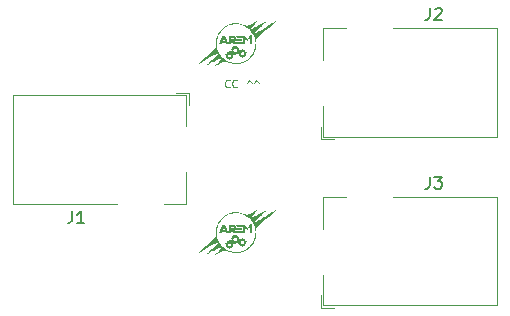
<source format=gbr>
%TF.GenerationSoftware,KiCad,Pcbnew,8.0.0*%
%TF.CreationDate,2024-03-29T21:08:27+01:00*%
%TF.ProjectId,Carte,43617274-652e-46b6-9963-61645f706362,rev?*%
%TF.SameCoordinates,Original*%
%TF.FileFunction,Legend,Top*%
%TF.FilePolarity,Positive*%
%FSLAX46Y46*%
G04 Gerber Fmt 4.6, Leading zero omitted, Abs format (unit mm)*
G04 Created by KiCad (PCBNEW 8.0.0) date 2024-03-29 21:08:27*
%MOMM*%
%LPD*%
G01*
G04 APERTURE LIST*
%ADD10C,0.187500*%
%ADD11C,0.150000*%
%ADD12C,0.000000*%
%ADD13C,0.120000*%
G04 APERTURE END LIST*
D10*
G36*
X99546713Y-59845242D02*
G01*
X99508612Y-59857423D01*
X99469707Y-59866613D01*
X99429998Y-59872811D01*
X99389484Y-59876016D01*
X99365973Y-59876505D01*
X99320129Y-59874282D01*
X99277729Y-59867613D01*
X99238773Y-59856498D01*
X99196572Y-59837291D01*
X99159332Y-59811682D01*
X99132086Y-59785451D01*
X99104396Y-59748162D01*
X99085697Y-59712397D01*
X99070976Y-59672367D01*
X99060235Y-59628072D01*
X99053471Y-59579512D01*
X99050925Y-59537594D01*
X99050607Y-59515612D01*
X99052011Y-59473370D01*
X99056224Y-59433204D01*
X99064321Y-59390499D01*
X99073077Y-59359101D01*
X99087247Y-59321438D01*
X99106580Y-59283542D01*
X99129691Y-59249806D01*
X99137362Y-59240496D01*
X99165194Y-59212160D01*
X99196423Y-59188213D01*
X99231048Y-59168655D01*
X99238381Y-59165270D01*
X99276898Y-59151256D01*
X99318202Y-59142433D01*
X99357757Y-59138929D01*
X99371444Y-59138696D01*
X99410893Y-59140341D01*
X99450708Y-59145790D01*
X99464256Y-59148661D01*
X99503784Y-59160365D01*
X99541765Y-59176791D01*
X99546713Y-59179338D01*
X99546713Y-59276254D01*
X99512129Y-59257126D01*
X99473829Y-59241613D01*
X99466015Y-59239129D01*
X99425139Y-59229872D01*
X99383968Y-59226346D01*
X99374766Y-59226233D01*
X99335228Y-59229361D01*
X99296182Y-59239726D01*
X99283126Y-59245186D01*
X99247546Y-59266733D01*
X99219218Y-59293660D01*
X99213761Y-59300287D01*
X99191305Y-59334946D01*
X99174941Y-59372554D01*
X99169797Y-59388410D01*
X99160391Y-59429452D01*
X99155582Y-59470694D01*
X99154361Y-59507014D01*
X99155744Y-59549054D01*
X99161057Y-59595070D01*
X99170353Y-59636249D01*
X99186235Y-59678180D01*
X99207539Y-59713528D01*
X99211025Y-59718040D01*
X99242643Y-59749071D01*
X99280830Y-59771236D01*
X99319633Y-59783358D01*
X99363467Y-59788691D01*
X99376915Y-59788968D01*
X99416650Y-59787098D01*
X99457479Y-59780944D01*
X99465429Y-59779198D01*
X99504406Y-59768139D01*
X99541839Y-59753644D01*
X99546713Y-59751452D01*
X99546713Y-59845242D01*
G37*
G36*
X100161814Y-59845242D02*
G01*
X100123713Y-59857423D01*
X100084808Y-59866613D01*
X100045099Y-59872811D01*
X100004586Y-59876016D01*
X99981074Y-59876505D01*
X99935230Y-59874282D01*
X99892830Y-59867613D01*
X99853874Y-59856498D01*
X99811674Y-59837291D01*
X99774433Y-59811682D01*
X99747187Y-59785451D01*
X99719497Y-59748162D01*
X99700798Y-59712397D01*
X99686078Y-59672367D01*
X99675336Y-59628072D01*
X99668572Y-59579512D01*
X99666026Y-59537594D01*
X99665708Y-59515612D01*
X99667112Y-59473370D01*
X99671325Y-59433204D01*
X99679423Y-59390499D01*
X99688178Y-59359101D01*
X99702348Y-59321438D01*
X99721681Y-59283542D01*
X99744793Y-59249806D01*
X99752463Y-59240496D01*
X99780295Y-59212160D01*
X99811524Y-59188213D01*
X99846149Y-59168655D01*
X99853482Y-59165270D01*
X99892000Y-59151256D01*
X99933303Y-59142433D01*
X99972859Y-59138929D01*
X99986545Y-59138696D01*
X100025994Y-59140341D01*
X100065809Y-59145790D01*
X100079357Y-59148661D01*
X100118885Y-59160365D01*
X100156866Y-59176791D01*
X100161814Y-59179338D01*
X100161814Y-59276254D01*
X100127230Y-59257126D01*
X100088930Y-59241613D01*
X100081116Y-59239129D01*
X100040241Y-59229872D01*
X99999069Y-59226346D01*
X99989867Y-59226233D01*
X99950329Y-59229361D01*
X99911283Y-59239726D01*
X99898227Y-59245186D01*
X99862647Y-59266733D01*
X99834319Y-59293660D01*
X99828862Y-59300287D01*
X99806406Y-59334946D01*
X99790042Y-59372554D01*
X99784898Y-59388410D01*
X99775492Y-59429452D01*
X99770683Y-59470694D01*
X99769462Y-59507014D01*
X99770846Y-59549054D01*
X99776158Y-59595070D01*
X99785454Y-59636249D01*
X99801336Y-59678180D01*
X99822640Y-59713528D01*
X99826127Y-59718040D01*
X99857744Y-59749071D01*
X99895931Y-59771236D01*
X99934735Y-59783358D01*
X99978568Y-59788691D01*
X99992016Y-59788968D01*
X100031751Y-59787098D01*
X100072580Y-59780944D01*
X100080530Y-59779198D01*
X100119508Y-59768139D01*
X100156940Y-59753644D01*
X100161814Y-59751452D01*
X100161814Y-59845242D01*
G37*
G36*
X101402568Y-59501348D02*
G01*
X101307020Y-59501348D01*
X101148164Y-59226819D01*
X100998688Y-59501348D01*
X100911737Y-59501348D01*
X101112993Y-59151201D01*
X101190956Y-59151201D01*
X101402568Y-59501348D01*
G37*
G36*
X102017669Y-59501348D02*
G01*
X101922121Y-59501348D01*
X101763265Y-59226819D01*
X101613789Y-59501348D01*
X101526838Y-59501348D01*
X101728094Y-59151201D01*
X101806057Y-59151201D01*
X102017669Y-59501348D01*
G37*
D11*
X116416666Y-67364819D02*
X116416666Y-68079104D01*
X116416666Y-68079104D02*
X116369047Y-68221961D01*
X116369047Y-68221961D02*
X116273809Y-68317200D01*
X116273809Y-68317200D02*
X116130952Y-68364819D01*
X116130952Y-68364819D02*
X116035714Y-68364819D01*
X116797619Y-67364819D02*
X117416666Y-67364819D01*
X117416666Y-67364819D02*
X117083333Y-67745771D01*
X117083333Y-67745771D02*
X117226190Y-67745771D01*
X117226190Y-67745771D02*
X117321428Y-67793390D01*
X117321428Y-67793390D02*
X117369047Y-67841009D01*
X117369047Y-67841009D02*
X117416666Y-67936247D01*
X117416666Y-67936247D02*
X117416666Y-68174342D01*
X117416666Y-68174342D02*
X117369047Y-68269580D01*
X117369047Y-68269580D02*
X117321428Y-68317200D01*
X117321428Y-68317200D02*
X117226190Y-68364819D01*
X117226190Y-68364819D02*
X116940476Y-68364819D01*
X116940476Y-68364819D02*
X116845238Y-68317200D01*
X116845238Y-68317200D02*
X116797619Y-68269580D01*
X86116666Y-70287319D02*
X86116666Y-71001604D01*
X86116666Y-71001604D02*
X86069047Y-71144461D01*
X86069047Y-71144461D02*
X85973809Y-71239700D01*
X85973809Y-71239700D02*
X85830952Y-71287319D01*
X85830952Y-71287319D02*
X85735714Y-71287319D01*
X87116666Y-71287319D02*
X86545238Y-71287319D01*
X86830952Y-71287319D02*
X86830952Y-70287319D01*
X86830952Y-70287319D02*
X86735714Y-70430176D01*
X86735714Y-70430176D02*
X86640476Y-70525414D01*
X86640476Y-70525414D02*
X86545238Y-70573033D01*
X116416666Y-53082319D02*
X116416666Y-53796604D01*
X116416666Y-53796604D02*
X116369047Y-53939461D01*
X116369047Y-53939461D02*
X116273809Y-54034700D01*
X116273809Y-54034700D02*
X116130952Y-54082319D01*
X116130952Y-54082319D02*
X116035714Y-54082319D01*
X116845238Y-53177557D02*
X116892857Y-53129938D01*
X116892857Y-53129938D02*
X116988095Y-53082319D01*
X116988095Y-53082319D02*
X117226190Y-53082319D01*
X117226190Y-53082319D02*
X117321428Y-53129938D01*
X117321428Y-53129938D02*
X117369047Y-53177557D01*
X117369047Y-53177557D02*
X117416666Y-53272795D01*
X117416666Y-53272795D02*
X117416666Y-53368033D01*
X117416666Y-53368033D02*
X117369047Y-53510890D01*
X117369047Y-53510890D02*
X116797619Y-54082319D01*
X116797619Y-54082319D02*
X117416666Y-54082319D01*
D12*
%TO.C,G\u002A\u002A\u002A*%
G36*
X101362110Y-71739571D02*
G01*
X101365335Y-71846542D01*
X101367187Y-71941908D01*
X101367643Y-72020128D01*
X101366678Y-72075663D01*
X101364269Y-72102971D01*
X101363710Y-72104414D01*
X101341512Y-72114393D01*
X101296847Y-72120600D01*
X101267237Y-72121614D01*
X101181396Y-72121614D01*
X101181396Y-71904446D01*
X101181396Y-71687278D01*
X101085841Y-71687278D01*
X101033504Y-71685204D01*
X100998797Y-71679853D01*
X100990287Y-71674665D01*
X100999453Y-71655657D01*
X101024041Y-71615118D01*
X101059690Y-71560083D01*
X101081498Y-71527560D01*
X101172709Y-71393068D01*
X101261294Y-71392499D01*
X101349880Y-71391929D01*
X101362110Y-71739571D01*
G37*
G36*
X100908597Y-71593596D02*
G01*
X100960079Y-71663591D01*
X101003982Y-71724813D01*
X101036068Y-71771244D01*
X101052101Y-71796863D01*
X101052861Y-71798543D01*
X101046008Y-71816046D01*
X101007944Y-71828229D01*
X100989081Y-71831173D01*
X100931004Y-71836428D01*
X100893422Y-71828632D01*
X100862799Y-71801754D01*
X100833926Y-71762036D01*
X100790493Y-71698351D01*
X100785615Y-71909983D01*
X100780736Y-72121614D01*
X100686084Y-72121614D01*
X100591432Y-72121614D01*
X100586722Y-71778489D01*
X100582011Y-71435363D01*
X100542568Y-71509200D01*
X100503124Y-71583037D01*
X100260580Y-71583037D01*
X100164574Y-71582870D01*
X100097712Y-71581754D01*
X100054393Y-71578767D01*
X100029015Y-71572985D01*
X100015976Y-71563487D01*
X100009673Y-71549349D01*
X100007578Y-71541371D01*
X100001497Y-71490158D01*
X100002904Y-71458847D01*
X100008687Y-71417989D01*
X100390903Y-71414768D01*
X100773119Y-71411547D01*
X100908597Y-71593596D01*
G37*
G36*
X98956347Y-71430311D02*
G01*
X99069212Y-71435363D01*
X99212797Y-71756772D01*
X99256804Y-71855245D01*
X99296163Y-71943253D01*
X99328606Y-72015732D01*
X99351866Y-72067616D01*
X99363677Y-72093843D01*
X99364462Y-72095554D01*
X99366912Y-72084555D01*
X99369017Y-72043723D01*
X99370661Y-71977970D01*
X99371728Y-71892210D01*
X99372100Y-71791354D01*
X99372087Y-71774145D01*
X99371877Y-71617438D01*
X99547486Y-71617438D01*
X99553235Y-71659450D01*
X99559435Y-71683678D01*
X99567812Y-71704910D01*
X99584179Y-71716286D01*
X99617040Y-71720155D01*
X99674899Y-71718868D01*
X99685155Y-71718425D01*
X99747119Y-71714610D01*
X99782454Y-71708037D01*
X99799279Y-71695672D01*
X99805710Y-71674480D01*
X99805882Y-71673291D01*
X99803834Y-71629485D01*
X99780049Y-71601528D01*
X99730423Y-71586897D01*
X99659090Y-71583037D01*
X99594748Y-71584952D01*
X99559435Y-71594512D01*
X99547486Y-71617438D01*
X99371877Y-71617438D01*
X99371633Y-71435363D01*
X99616207Y-71430543D01*
X99717403Y-71429184D01*
X99790141Y-71430088D01*
X99840668Y-71433781D01*
X99875229Y-71440791D01*
X99900070Y-71451644D01*
X99905331Y-71454914D01*
X99945465Y-71493880D01*
X99982955Y-71550420D01*
X100009530Y-71610066D01*
X100017374Y-71650891D01*
X100019108Y-71664412D01*
X100027839Y-71673734D01*
X100048861Y-71679523D01*
X100087469Y-71682443D01*
X100148956Y-71683161D01*
X100238617Y-71682339D01*
X100264945Y-71681987D01*
X100512517Y-71678591D01*
X100517813Y-71761115D01*
X100523108Y-71843639D01*
X100270241Y-71843639D01*
X100017374Y-71843639D01*
X100017374Y-71778799D01*
X100017374Y-71713959D01*
X99974156Y-71777560D01*
X99939286Y-71819709D01*
X99904313Y-71848244D01*
X99894719Y-71852656D01*
X99873626Y-71863143D01*
X99868075Y-71880322D01*
X99879852Y-71909684D01*
X99910741Y-71956724D01*
X99942771Y-72000534D01*
X100008687Y-72089084D01*
X100014029Y-72018482D01*
X100019371Y-71947880D01*
X100287661Y-71947880D01*
X100555951Y-71947880D01*
X100555951Y-72034747D01*
X100555951Y-72121614D01*
X100386560Y-72125068D01*
X100294812Y-72126622D01*
X100184918Y-72128009D01*
X100073476Y-72129037D01*
X100010584Y-72129412D01*
X99804000Y-72130301D01*
X99689175Y-71968686D01*
X99574350Y-71807071D01*
X99569378Y-71973029D01*
X99564405Y-72138988D01*
X99373645Y-72138988D01*
X99182885Y-72138988D01*
X99153888Y-72078181D01*
X99135599Y-72043878D01*
X99115515Y-72025736D01*
X99082729Y-72018615D01*
X99026334Y-72017374D01*
X99024851Y-72017374D01*
X98966963Y-72015833D01*
X98932543Y-72008223D01*
X98910347Y-71990067D01*
X98894022Y-71965253D01*
X98871099Y-71930506D01*
X98855209Y-71913555D01*
X98853949Y-71913226D01*
X98843208Y-71928056D01*
X98823937Y-71966865D01*
X98800288Y-72021281D01*
X98800071Y-72021810D01*
X98755477Y-72130301D01*
X98645854Y-72135531D01*
X98586615Y-72137449D01*
X98555161Y-72134793D01*
X98544638Y-72125741D01*
X98547820Y-72109470D01*
X98558062Y-72084516D01*
X98579917Y-72033045D01*
X98611095Y-71960386D01*
X98649309Y-71871866D01*
X98670572Y-71822844D01*
X98892185Y-71822844D01*
X98906892Y-71838880D01*
X98943914Y-71843507D01*
X98957593Y-71843639D01*
X99001107Y-71839633D01*
X99025313Y-71829624D01*
X99027086Y-71825573D01*
X99019681Y-71800350D01*
X99000936Y-71757259D01*
X98989649Y-71734363D01*
X98952212Y-71661218D01*
X98921444Y-71730712D01*
X98897725Y-71788941D01*
X98892185Y-71822844D01*
X98670572Y-71822844D01*
X98692271Y-71772815D01*
X98701445Y-71751720D01*
X98843481Y-71425259D01*
X98956347Y-71430311D01*
G37*
G36*
X103405199Y-70188821D02*
G01*
X103392397Y-70202779D01*
X103355447Y-70237482D01*
X103296527Y-70290999D01*
X103217820Y-70361400D01*
X103121506Y-70446757D01*
X103009764Y-70545139D01*
X102884776Y-70654616D01*
X102748722Y-70773260D01*
X102603782Y-70899139D01*
X102545085Y-70949979D01*
X101684972Y-71694385D01*
X101698129Y-71782042D01*
X101702919Y-71831896D01*
X101706843Y-71907205D01*
X101709557Y-71998679D01*
X101710717Y-72097030D01*
X101710723Y-72121614D01*
X101709399Y-72234297D01*
X101705337Y-72322093D01*
X101697549Y-72394820D01*
X101685043Y-72462295D01*
X101670409Y-72521204D01*
X101589998Y-72754626D01*
X101479059Y-72971550D01*
X101338114Y-73171072D01*
X101217463Y-73304330D01*
X101070329Y-73437609D01*
X100916750Y-73546992D01*
X100743549Y-73641706D01*
X100719307Y-73653235D01*
X100605114Y-73703757D01*
X100502628Y-73741211D01*
X100402824Y-73767421D01*
X100296681Y-73784213D01*
X100175174Y-73793412D01*
X100029281Y-73796841D01*
X100008687Y-73796956D01*
X99851698Y-73794840D01*
X99719969Y-73785836D01*
X99604370Y-73768054D01*
X99495777Y-73739608D01*
X99385063Y-73698611D01*
X99263101Y-73643175D01*
X99261628Y-73642461D01*
X99105267Y-73566623D01*
X98683079Y-73766927D01*
X98571135Y-73819481D01*
X98469562Y-73866100D01*
X98382530Y-73904958D01*
X98314206Y-73934226D01*
X98268759Y-73952079D01*
X98250357Y-73956687D01*
X98250297Y-73956636D01*
X98251752Y-73937132D01*
X98265827Y-73915531D01*
X98284659Y-73893724D01*
X98322530Y-73850018D01*
X98375686Y-73788738D01*
X98440374Y-73714212D01*
X98512840Y-73630766D01*
X98539153Y-73600475D01*
X98628191Y-73496342D01*
X98696450Y-73412925D01*
X98743064Y-73351359D01*
X98767164Y-73312781D01*
X98769568Y-73299144D01*
X98749679Y-73302614D01*
X98700256Y-73322354D01*
X98622230Y-73357917D01*
X98516531Y-73408859D01*
X98384086Y-73474734D01*
X98225826Y-73555097D01*
X98094288Y-73622779D01*
X97954588Y-73694857D01*
X97824433Y-73761733D01*
X97707060Y-73821765D01*
X97605707Y-73873310D01*
X97523611Y-73914724D01*
X97464011Y-73944364D01*
X97430143Y-73960587D01*
X97423574Y-73963201D01*
X97412446Y-73950743D01*
X97412484Y-73950171D01*
X97425384Y-73936320D01*
X97461784Y-73902085D01*
X97518977Y-73849894D01*
X97594253Y-73782178D01*
X97684905Y-73701366D01*
X97788224Y-73609888D01*
X97901503Y-73510172D01*
X97966550Y-73453152D01*
X98519487Y-72969162D01*
X98491091Y-72919685D01*
X98469035Y-72887303D01*
X98449427Y-72881618D01*
X98427825Y-72892775D01*
X98406667Y-72905631D01*
X98358412Y-72934455D01*
X98285897Y-72977566D01*
X98191958Y-73033283D01*
X98079429Y-73099928D01*
X97951149Y-73175819D01*
X97809951Y-73259278D01*
X97658672Y-73348624D01*
X97559029Y-73407438D01*
X97402675Y-73499738D01*
X97254479Y-73587293D01*
X97117296Y-73668411D01*
X96993981Y-73741400D01*
X96887388Y-73804571D01*
X96800371Y-73856230D01*
X96735786Y-73894688D01*
X96696487Y-73918252D01*
X96686012Y-73924679D01*
X96656176Y-73938194D01*
X96646922Y-73931017D01*
X96659869Y-73916823D01*
X96697210Y-73882265D01*
X96756699Y-73829288D01*
X96836088Y-73759834D01*
X96933130Y-73675847D01*
X97045578Y-73579269D01*
X97171185Y-73472043D01*
X97307703Y-73356113D01*
X97452885Y-73233421D01*
X97485909Y-73205593D01*
X98324895Y-72498975D01*
X98301253Y-72366759D01*
X98287059Y-72242485D01*
X98283430Y-72098131D01*
X98285300Y-72053732D01*
X98355250Y-72053732D01*
X98366276Y-72283977D01*
X98408699Y-72509335D01*
X98481613Y-72726417D01*
X98584113Y-72931836D01*
X98715293Y-73122201D01*
X98874247Y-73294126D01*
X98889579Y-73308300D01*
X99042606Y-73429600D01*
X99217298Y-73536649D01*
X99404012Y-73624707D01*
X99593108Y-73689036D01*
X99722029Y-73717460D01*
X99824193Y-73728934D01*
X99945495Y-73734206D01*
X100072794Y-73733383D01*
X100192948Y-73726568D01*
X100292814Y-73713866D01*
X100298164Y-73712863D01*
X100530855Y-73652275D01*
X100745069Y-73562832D01*
X100943569Y-73443102D01*
X101129121Y-73291654D01*
X101150392Y-73271527D01*
X101303854Y-73100739D01*
X101430305Y-72911109D01*
X101528909Y-72706491D01*
X101598830Y-72490742D01*
X101639231Y-72267714D01*
X101649277Y-72041265D01*
X101628132Y-71815247D01*
X101574959Y-71593516D01*
X101537226Y-71488269D01*
X101431570Y-71268954D01*
X101299574Y-71071840D01*
X101142686Y-70898270D01*
X100962358Y-70749589D01*
X100760042Y-70627142D01*
X100537187Y-70532275D01*
X100488453Y-70516152D01*
X100262467Y-70462297D01*
X100036170Y-70441516D01*
X99812475Y-70452284D01*
X99594297Y-70493079D01*
X99384548Y-70562377D01*
X99186142Y-70658653D01*
X99001992Y-70780385D01*
X98835011Y-70926049D01*
X98688112Y-71094121D01*
X98564210Y-71283079D01*
X98466217Y-71491397D01*
X98431008Y-71592135D01*
X98376526Y-71821988D01*
X98355250Y-72053732D01*
X98285300Y-72053732D01*
X98289814Y-71946536D01*
X98305661Y-71800538D01*
X98330416Y-71672978D01*
X98331205Y-71669904D01*
X98372939Y-71537939D01*
X98430825Y-71395625D01*
X98498770Y-71256128D01*
X98570681Y-71132618D01*
X98599310Y-71090473D01*
X98660382Y-71013908D01*
X98739710Y-70926719D01*
X98828551Y-70837518D01*
X98918160Y-70754914D01*
X98999794Y-70687519D01*
X99032677Y-70663711D01*
X99086317Y-70630658D01*
X99159436Y-70590107D01*
X99239784Y-70548728D01*
X99276662Y-70530844D01*
X99498264Y-70444732D01*
X99728445Y-70391097D01*
X99963552Y-70369893D01*
X100199932Y-70381072D01*
X100433932Y-70424589D01*
X100661897Y-70500398D01*
X100771087Y-70549712D01*
X100890670Y-70608737D01*
X101325415Y-70400949D01*
X101438945Y-70346816D01*
X101541976Y-70297938D01*
X101630430Y-70256228D01*
X101700231Y-70223601D01*
X101747303Y-70201970D01*
X101767570Y-70193249D01*
X101767985Y-70193160D01*
X101772825Y-70198873D01*
X101764435Y-70217498D01*
X101741084Y-70251263D01*
X101701041Y-70302398D01*
X101642575Y-70373130D01*
X101563956Y-70465690D01*
X101486333Y-70555858D01*
X101411408Y-70643725D01*
X101345838Y-70722905D01*
X101292540Y-70789682D01*
X101254434Y-70840340D01*
X101234439Y-70871161D01*
X101232639Y-70878870D01*
X101249717Y-70872464D01*
X101293520Y-70851597D01*
X101360192Y-70818302D01*
X101445876Y-70774609D01*
X101546713Y-70722552D01*
X101658848Y-70664162D01*
X101778421Y-70601469D01*
X101901575Y-70536506D01*
X102024454Y-70471305D01*
X102143199Y-70407897D01*
X102253953Y-70348314D01*
X102352859Y-70294588D01*
X102436059Y-70248749D01*
X102499696Y-70212831D01*
X102522295Y-70199630D01*
X102540832Y-70204104D01*
X102543133Y-70207169D01*
X102532930Y-70221895D01*
X102500077Y-70258002D01*
X102447116Y-70312936D01*
X102376588Y-70384145D01*
X102291035Y-70469077D01*
X102192997Y-70565180D01*
X102085017Y-70669900D01*
X102022317Y-70730240D01*
X101887850Y-70859690D01*
X101777055Y-70967312D01*
X101688162Y-71054947D01*
X101619403Y-71124435D01*
X101569010Y-71177617D01*
X101535214Y-71216334D01*
X101516248Y-71242427D01*
X101510344Y-71257736D01*
X101511660Y-71261832D01*
X101521070Y-71263559D01*
X101541804Y-71257427D01*
X101575795Y-71242348D01*
X101624978Y-71217232D01*
X101691288Y-71180990D01*
X101776660Y-71132534D01*
X101883028Y-71070773D01*
X102012326Y-70994621D01*
X102166490Y-70902986D01*
X102347454Y-70794781D01*
X102440147Y-70739192D01*
X102602623Y-70641777D01*
X102756701Y-70549584D01*
X102899726Y-70464189D01*
X103029041Y-70387170D01*
X103141991Y-70320103D01*
X103235922Y-70264564D01*
X103308178Y-70222129D01*
X103356103Y-70194377D01*
X103377042Y-70182882D01*
X103377332Y-70182763D01*
X103400789Y-70181497D01*
X103405199Y-70188821D01*
G37*
G36*
X99953905Y-72283781D02*
G01*
X99971953Y-72308725D01*
X99974902Y-72319057D01*
X99997441Y-72361402D01*
X100032273Y-72373471D01*
X100072944Y-72353034D01*
X100073023Y-72352962D01*
X100110931Y-72333318D01*
X100141505Y-72344940D01*
X100160646Y-72384499D01*
X100165048Y-72427705D01*
X100167513Y-72471755D01*
X100180401Y-72492084D01*
X100211948Y-72499652D01*
X100219739Y-72500456D01*
X100265123Y-72516195D01*
X100287467Y-72546387D01*
X100283168Y-72581723D01*
X100260516Y-72605847D01*
X100229822Y-72639759D01*
X100233626Y-72674647D01*
X100251915Y-72694939D01*
X100272495Y-72707157D01*
X100277956Y-72691602D01*
X100277976Y-72689242D01*
X100291778Y-72655529D01*
X100325343Y-72640766D01*
X100366909Y-72649288D01*
X100374418Y-72653685D01*
X100421033Y-72669768D01*
X100457338Y-72653531D01*
X100476808Y-72614405D01*
X100492185Y-72582793D01*
X100523455Y-72575586D01*
X100534840Y-72576572D01*
X100574190Y-72591536D01*
X100587423Y-72620033D01*
X100605625Y-72654941D01*
X100642199Y-72664292D01*
X100690210Y-72646339D01*
X100690682Y-72646042D01*
X100733596Y-72633401D01*
X100765347Y-72649574D01*
X100778243Y-72688801D01*
X100776306Y-72710154D01*
X100774018Y-72763104D01*
X100794255Y-72791482D01*
X100834614Y-72799179D01*
X100877821Y-72811147D01*
X100899141Y-72840018D01*
X100894783Y-72875239D01*
X100870979Y-72900429D01*
X100838779Y-72933278D01*
X100841322Y-72966076D01*
X100868587Y-72992512D01*
X100895068Y-73025629D01*
X100892224Y-73060536D01*
X100863657Y-73087925D01*
X100827810Y-73097903D01*
X100791344Y-73104584D01*
X100777639Y-73122438D01*
X100778019Y-73162964D01*
X100778087Y-73163798D01*
X100773074Y-73219964D01*
X100749544Y-73250621D01*
X100711460Y-73252576D01*
X100684346Y-73239356D01*
X100637661Y-73221036D01*
X100603963Y-73233046D01*
X100587702Y-73271544D01*
X100568348Y-73307322D01*
X100542459Y-73317309D01*
X100511039Y-73313356D01*
X100490239Y-73284984D01*
X100484296Y-73269532D01*
X100458820Y-73227382D01*
X100423997Y-73218643D01*
X100380762Y-73243533D01*
X100379241Y-73244895D01*
X100353242Y-73263797D01*
X100331771Y-73258269D01*
X100313804Y-73243181D01*
X100290631Y-73211607D01*
X100294928Y-73173963D01*
X100296555Y-73169537D01*
X100305854Y-73124893D01*
X100288735Y-73101298D01*
X100243374Y-73094528D01*
X100199740Y-73082681D01*
X100178024Y-73054038D01*
X100182028Y-73018950D01*
X100206176Y-72993278D01*
X100238219Y-72960007D01*
X100238135Y-72958303D01*
X100383282Y-72958303D01*
X100399592Y-73015641D01*
X100441869Y-73064562D01*
X100469270Y-73081471D01*
X100509700Y-73101760D01*
X100533866Y-73109180D01*
X100557489Y-73104442D01*
X100596289Y-73088257D01*
X100598544Y-73087312D01*
X100656980Y-73048036D01*
X100689204Y-72995508D01*
X100696780Y-72937354D01*
X100681276Y-72881197D01*
X100644257Y-72834659D01*
X100587288Y-72805365D01*
X100539367Y-72799179D01*
X100470981Y-72812985D01*
X100420894Y-72849254D01*
X100391022Y-72900267D01*
X100383282Y-72958303D01*
X100238135Y-72958303D01*
X100236612Y-72927586D01*
X100208482Y-72903420D01*
X100181716Y-72893714D01*
X100173810Y-72907482D01*
X100173735Y-72910884D01*
X100159785Y-72943583D01*
X100126029Y-72958631D01*
X100084609Y-72952046D01*
X100071374Y-72944478D01*
X100026991Y-72926114D01*
X99994771Y-72938670D01*
X99979631Y-72976195D01*
X99962677Y-73012715D01*
X99932073Y-73023361D01*
X99897150Y-73008321D01*
X99870256Y-72973991D01*
X99846116Y-72938273D01*
X99823603Y-72921530D01*
X99821476Y-72921346D01*
X99797157Y-72928740D01*
X99770408Y-72944791D01*
X99751247Y-72961842D01*
X99749690Y-72972237D01*
X99754011Y-72972914D01*
X99775916Y-72987264D01*
X99790196Y-73012004D01*
X99794926Y-73044722D01*
X99776233Y-73074530D01*
X99759232Y-73090108D01*
X99713338Y-73129122D01*
X99760997Y-73165309D01*
X99792206Y-73194211D01*
X99797335Y-73218888D01*
X99790789Y-73234879D01*
X99760450Y-73261698D01*
X99733575Y-73268263D01*
X99685611Y-73278526D01*
X99666031Y-73307795D01*
X99674904Y-73350478D01*
X99685424Y-73385786D01*
X99672520Y-73409193D01*
X99662833Y-73416904D01*
X99634103Y-73430777D01*
X99604233Y-73421974D01*
X99589818Y-73413091D01*
X99543132Y-73394770D01*
X99509435Y-73406781D01*
X99493174Y-73445278D01*
X99473820Y-73481056D01*
X99447931Y-73491043D01*
X99416511Y-73487091D01*
X99395711Y-73458719D01*
X99389768Y-73443266D01*
X99364292Y-73401117D01*
X99329469Y-73392377D01*
X99286234Y-73417267D01*
X99284713Y-73418630D01*
X99258840Y-73437448D01*
X99237399Y-73432067D01*
X99218753Y-73416443D01*
X99195693Y-73386500D01*
X99200534Y-73355851D01*
X99202718Y-73351586D01*
X99213945Y-73307082D01*
X99194823Y-73277987D01*
X99151272Y-73268263D01*
X99108432Y-73256217D01*
X99087694Y-73227167D01*
X99092952Y-73191748D01*
X99114730Y-73168472D01*
X99135800Y-73145078D01*
X99291472Y-73145078D01*
X99310560Y-73205771D01*
X99315607Y-73213524D01*
X99368229Y-73263788D01*
X99431201Y-73281215D01*
X99501874Y-73265193D01*
X99513891Y-73259396D01*
X99571402Y-73213831D01*
X99598458Y-73156361D01*
X99594071Y-73093489D01*
X99557256Y-73031719D01*
X99549627Y-73023698D01*
X99491754Y-72982554D01*
X99444049Y-72972914D01*
X99380828Y-72988012D01*
X99331237Y-73027522D01*
X99299908Y-73082769D01*
X99291472Y-73145078D01*
X99135800Y-73145078D01*
X99144116Y-73135845D01*
X99142859Y-73105549D01*
X99113954Y-73085841D01*
X99084325Y-73063989D01*
X99079687Y-73032362D01*
X99096158Y-73000517D01*
X99129854Y-72978011D01*
X99159837Y-72972914D01*
X99200365Y-72963303D01*
X99206123Y-72948871D01*
X99675808Y-72948871D01*
X99678591Y-72955541D01*
X99701606Y-72972265D01*
X99706702Y-72972914D01*
X99716121Y-72962210D01*
X99713338Y-72955541D01*
X99690323Y-72938816D01*
X99685227Y-72938167D01*
X99675808Y-72948871D01*
X99206123Y-72948871D01*
X99211581Y-72935192D01*
X99199928Y-72901752D01*
X99189522Y-72867152D01*
X99206477Y-72838219D01*
X99208093Y-72836582D01*
X99236137Y-72818189D01*
X99266821Y-72827759D01*
X99270360Y-72829923D01*
X99319374Y-72849740D01*
X99354753Y-72838030D01*
X99377159Y-72799179D01*
X99400301Y-72759072D01*
X99435212Y-72747059D01*
X99435363Y-72747059D01*
X99470327Y-72758985D01*
X99493498Y-72798984D01*
X99493566Y-72799179D01*
X99520121Y-72839503D01*
X99556407Y-72851602D01*
X99593454Y-72833082D01*
X99598727Y-72827268D01*
X99608569Y-72804976D01*
X99605624Y-72802838D01*
X99640485Y-72802838D01*
X99652943Y-72817437D01*
X99662240Y-72824687D01*
X99691866Y-72846084D01*
X99700260Y-72846325D01*
X99699409Y-72843638D01*
X100156361Y-72843638D01*
X100160511Y-72866927D01*
X100170366Y-72858510D01*
X100178775Y-72833902D01*
X100179919Y-72810389D01*
X100172115Y-72808867D01*
X100157645Y-72832973D01*
X100156361Y-72843638D01*
X99699409Y-72843638D01*
X99693668Y-72825521D01*
X99693561Y-72825240D01*
X99669830Y-72802120D01*
X99656038Y-72799179D01*
X99640485Y-72802838D01*
X99605624Y-72802838D01*
X99592167Y-72793067D01*
X99569441Y-72769476D01*
X99568971Y-72734480D01*
X99589561Y-72702313D01*
X99600411Y-72694939D01*
X99630859Y-72667145D01*
X99629673Y-72656405D01*
X99775967Y-72656405D01*
X99786473Y-72713205D01*
X99815888Y-72763360D01*
X99864095Y-72799787D01*
X99930506Y-72815387D01*
X99961887Y-72807488D01*
X99986745Y-72795535D01*
X100270449Y-72795535D01*
X100276662Y-72799179D01*
X100295164Y-72785367D01*
X100301632Y-72773119D01*
X100302876Y-72750704D01*
X100296663Y-72747059D01*
X100278161Y-72760871D01*
X100271693Y-72773119D01*
X100270449Y-72795535D01*
X99986745Y-72795535D01*
X100005034Y-72786741D01*
X100012088Y-72782570D01*
X100059870Y-72735534D01*
X100081406Y-72674909D01*
X100076443Y-72610161D01*
X100044732Y-72550756D01*
X100018879Y-72526100D01*
X99983730Y-72511880D01*
X99933443Y-72504600D01*
X99925373Y-72504383D01*
X99859074Y-72516948D01*
X99812151Y-72551194D01*
X99784488Y-72600040D01*
X99775967Y-72656405D01*
X99629673Y-72656405D01*
X99627598Y-72637618D01*
X99592085Y-72611397D01*
X99562058Y-72591358D01*
X99559683Y-72564169D01*
X99563556Y-72552145D01*
X99593582Y-72516834D01*
X99625028Y-72506921D01*
X99669160Y-72490631D01*
X99683298Y-72457576D01*
X99671801Y-72420508D01*
X99663959Y-72388245D01*
X99684375Y-72358806D01*
X99686368Y-72356980D01*
X99712841Y-72337742D01*
X99736882Y-72340500D01*
X99761541Y-72355187D01*
X99809024Y-72373452D01*
X99845400Y-72362888D01*
X99864167Y-72325450D01*
X99864340Y-72324284D01*
X99882073Y-72292471D01*
X99916870Y-72281223D01*
X99953905Y-72283781D01*
G37*
G36*
X101362110Y-55739571D02*
G01*
X101365335Y-55846542D01*
X101367187Y-55941908D01*
X101367643Y-56020128D01*
X101366678Y-56075663D01*
X101364269Y-56102971D01*
X101363710Y-56104414D01*
X101341512Y-56114393D01*
X101296847Y-56120600D01*
X101267237Y-56121614D01*
X101181396Y-56121614D01*
X101181396Y-55904446D01*
X101181396Y-55687278D01*
X101085841Y-55687278D01*
X101033504Y-55685204D01*
X100998797Y-55679853D01*
X100990287Y-55674665D01*
X100999453Y-55655657D01*
X101024041Y-55615118D01*
X101059690Y-55560083D01*
X101081498Y-55527560D01*
X101172709Y-55393068D01*
X101261294Y-55392499D01*
X101349880Y-55391929D01*
X101362110Y-55739571D01*
G37*
G36*
X100908597Y-55593596D02*
G01*
X100960079Y-55663591D01*
X101003982Y-55724813D01*
X101036068Y-55771244D01*
X101052101Y-55796863D01*
X101052861Y-55798543D01*
X101046008Y-55816046D01*
X101007944Y-55828229D01*
X100989081Y-55831173D01*
X100931004Y-55836428D01*
X100893422Y-55828632D01*
X100862799Y-55801754D01*
X100833926Y-55762036D01*
X100790493Y-55698351D01*
X100785615Y-55909983D01*
X100780736Y-56121614D01*
X100686084Y-56121614D01*
X100591432Y-56121614D01*
X100586722Y-55778489D01*
X100582011Y-55435363D01*
X100542568Y-55509200D01*
X100503124Y-55583037D01*
X100260580Y-55583037D01*
X100164574Y-55582870D01*
X100097712Y-55581754D01*
X100054393Y-55578767D01*
X100029015Y-55572985D01*
X100015976Y-55563487D01*
X100009673Y-55549349D01*
X100007578Y-55541371D01*
X100001497Y-55490158D01*
X100002904Y-55458847D01*
X100008687Y-55417989D01*
X100390903Y-55414768D01*
X100773119Y-55411547D01*
X100908597Y-55593596D01*
G37*
G36*
X98956347Y-55430311D02*
G01*
X99069212Y-55435363D01*
X99212797Y-55756772D01*
X99256804Y-55855245D01*
X99296163Y-55943253D01*
X99328606Y-56015732D01*
X99351866Y-56067616D01*
X99363677Y-56093843D01*
X99364462Y-56095554D01*
X99366912Y-56084555D01*
X99369017Y-56043723D01*
X99370661Y-55977970D01*
X99371728Y-55892210D01*
X99372100Y-55791354D01*
X99372087Y-55774145D01*
X99371877Y-55617438D01*
X99547486Y-55617438D01*
X99553235Y-55659450D01*
X99559435Y-55683678D01*
X99567812Y-55704910D01*
X99584179Y-55716286D01*
X99617040Y-55720155D01*
X99674899Y-55718868D01*
X99685155Y-55718425D01*
X99747119Y-55714610D01*
X99782454Y-55708037D01*
X99799279Y-55695672D01*
X99805710Y-55674480D01*
X99805882Y-55673291D01*
X99803834Y-55629485D01*
X99780049Y-55601528D01*
X99730423Y-55586897D01*
X99659090Y-55583037D01*
X99594748Y-55584952D01*
X99559435Y-55594512D01*
X99547486Y-55617438D01*
X99371877Y-55617438D01*
X99371633Y-55435363D01*
X99616207Y-55430543D01*
X99717403Y-55429184D01*
X99790141Y-55430088D01*
X99840668Y-55433781D01*
X99875229Y-55440791D01*
X99900070Y-55451644D01*
X99905331Y-55454914D01*
X99945465Y-55493880D01*
X99982955Y-55550420D01*
X100009530Y-55610066D01*
X100017374Y-55650891D01*
X100019108Y-55664412D01*
X100027839Y-55673734D01*
X100048861Y-55679523D01*
X100087469Y-55682443D01*
X100148956Y-55683161D01*
X100238617Y-55682339D01*
X100264945Y-55681987D01*
X100512517Y-55678591D01*
X100517813Y-55761115D01*
X100523108Y-55843639D01*
X100270241Y-55843639D01*
X100017374Y-55843639D01*
X100017374Y-55778799D01*
X100017374Y-55713959D01*
X99974156Y-55777560D01*
X99939286Y-55819709D01*
X99904313Y-55848244D01*
X99894719Y-55852656D01*
X99873626Y-55863143D01*
X99868075Y-55880322D01*
X99879852Y-55909684D01*
X99910741Y-55956724D01*
X99942771Y-56000534D01*
X100008687Y-56089084D01*
X100014029Y-56018482D01*
X100019371Y-55947880D01*
X100287661Y-55947880D01*
X100555951Y-55947880D01*
X100555951Y-56034747D01*
X100555951Y-56121614D01*
X100386560Y-56125068D01*
X100294812Y-56126622D01*
X100184918Y-56128009D01*
X100073476Y-56129037D01*
X100010584Y-56129412D01*
X99804000Y-56130301D01*
X99689175Y-55968686D01*
X99574350Y-55807071D01*
X99569378Y-55973029D01*
X99564405Y-56138988D01*
X99373645Y-56138988D01*
X99182885Y-56138988D01*
X99153888Y-56078181D01*
X99135599Y-56043878D01*
X99115515Y-56025736D01*
X99082729Y-56018615D01*
X99026334Y-56017374D01*
X99024851Y-56017374D01*
X98966963Y-56015833D01*
X98932543Y-56008223D01*
X98910347Y-55990067D01*
X98894022Y-55965253D01*
X98871099Y-55930506D01*
X98855209Y-55913555D01*
X98853949Y-55913226D01*
X98843208Y-55928056D01*
X98823937Y-55966865D01*
X98800288Y-56021281D01*
X98800071Y-56021810D01*
X98755477Y-56130301D01*
X98645854Y-56135531D01*
X98586615Y-56137449D01*
X98555161Y-56134793D01*
X98544638Y-56125741D01*
X98547820Y-56109470D01*
X98558062Y-56084516D01*
X98579917Y-56033045D01*
X98611095Y-55960386D01*
X98649309Y-55871866D01*
X98670572Y-55822844D01*
X98892185Y-55822844D01*
X98906892Y-55838880D01*
X98943914Y-55843507D01*
X98957593Y-55843639D01*
X99001107Y-55839633D01*
X99025313Y-55829624D01*
X99027086Y-55825573D01*
X99019681Y-55800350D01*
X99000936Y-55757259D01*
X98989649Y-55734363D01*
X98952212Y-55661218D01*
X98921444Y-55730712D01*
X98897725Y-55788941D01*
X98892185Y-55822844D01*
X98670572Y-55822844D01*
X98692271Y-55772815D01*
X98701445Y-55751720D01*
X98843481Y-55425259D01*
X98956347Y-55430311D01*
G37*
G36*
X103405199Y-54188821D02*
G01*
X103392397Y-54202779D01*
X103355447Y-54237482D01*
X103296527Y-54290999D01*
X103217820Y-54361400D01*
X103121506Y-54446757D01*
X103009764Y-54545139D01*
X102884776Y-54654616D01*
X102748722Y-54773260D01*
X102603782Y-54899139D01*
X102545085Y-54949979D01*
X101684972Y-55694385D01*
X101698129Y-55782042D01*
X101702919Y-55831896D01*
X101706843Y-55907205D01*
X101709557Y-55998679D01*
X101710717Y-56097030D01*
X101710723Y-56121614D01*
X101709399Y-56234297D01*
X101705337Y-56322093D01*
X101697549Y-56394820D01*
X101685043Y-56462295D01*
X101670409Y-56521204D01*
X101589998Y-56754626D01*
X101479059Y-56971550D01*
X101338114Y-57171072D01*
X101217463Y-57304330D01*
X101070329Y-57437609D01*
X100916750Y-57546992D01*
X100743549Y-57641706D01*
X100719307Y-57653235D01*
X100605114Y-57703757D01*
X100502628Y-57741211D01*
X100402824Y-57767421D01*
X100296681Y-57784213D01*
X100175174Y-57793412D01*
X100029281Y-57796841D01*
X100008687Y-57796956D01*
X99851698Y-57794840D01*
X99719969Y-57785836D01*
X99604370Y-57768054D01*
X99495777Y-57739608D01*
X99385063Y-57698611D01*
X99263101Y-57643175D01*
X99261628Y-57642461D01*
X99105267Y-57566623D01*
X98683079Y-57766927D01*
X98571135Y-57819481D01*
X98469562Y-57866100D01*
X98382530Y-57904958D01*
X98314206Y-57934226D01*
X98268759Y-57952079D01*
X98250357Y-57956687D01*
X98250297Y-57956636D01*
X98251752Y-57937132D01*
X98265827Y-57915531D01*
X98284659Y-57893724D01*
X98322530Y-57850018D01*
X98375686Y-57788738D01*
X98440374Y-57714212D01*
X98512840Y-57630766D01*
X98539153Y-57600475D01*
X98628191Y-57496342D01*
X98696450Y-57412925D01*
X98743064Y-57351359D01*
X98767164Y-57312781D01*
X98769568Y-57299144D01*
X98749679Y-57302614D01*
X98700256Y-57322354D01*
X98622230Y-57357917D01*
X98516531Y-57408859D01*
X98384086Y-57474734D01*
X98225826Y-57555097D01*
X98094288Y-57622779D01*
X97954588Y-57694857D01*
X97824433Y-57761733D01*
X97707060Y-57821765D01*
X97605707Y-57873310D01*
X97523611Y-57914724D01*
X97464011Y-57944364D01*
X97430143Y-57960587D01*
X97423574Y-57963201D01*
X97412446Y-57950743D01*
X97412484Y-57950171D01*
X97425384Y-57936320D01*
X97461784Y-57902085D01*
X97518977Y-57849894D01*
X97594253Y-57782178D01*
X97684905Y-57701366D01*
X97788224Y-57609888D01*
X97901503Y-57510172D01*
X97966550Y-57453152D01*
X98519487Y-56969162D01*
X98491091Y-56919685D01*
X98469035Y-56887303D01*
X98449427Y-56881618D01*
X98427825Y-56892775D01*
X98406667Y-56905631D01*
X98358412Y-56934455D01*
X98285897Y-56977566D01*
X98191958Y-57033283D01*
X98079429Y-57099928D01*
X97951149Y-57175819D01*
X97809951Y-57259278D01*
X97658672Y-57348624D01*
X97559029Y-57407438D01*
X97402675Y-57499738D01*
X97254479Y-57587293D01*
X97117296Y-57668411D01*
X96993981Y-57741400D01*
X96887388Y-57804571D01*
X96800371Y-57856230D01*
X96735786Y-57894688D01*
X96696487Y-57918252D01*
X96686012Y-57924679D01*
X96656176Y-57938194D01*
X96646922Y-57931017D01*
X96659869Y-57916823D01*
X96697210Y-57882265D01*
X96756699Y-57829288D01*
X96836088Y-57759834D01*
X96933130Y-57675847D01*
X97045578Y-57579269D01*
X97171185Y-57472043D01*
X97307703Y-57356113D01*
X97452885Y-57233421D01*
X97485909Y-57205593D01*
X98324895Y-56498975D01*
X98301253Y-56366759D01*
X98287059Y-56242485D01*
X98283430Y-56098131D01*
X98285300Y-56053732D01*
X98355250Y-56053732D01*
X98366276Y-56283977D01*
X98408699Y-56509335D01*
X98481613Y-56726417D01*
X98584113Y-56931836D01*
X98715293Y-57122201D01*
X98874247Y-57294126D01*
X98889579Y-57308300D01*
X99042606Y-57429600D01*
X99217298Y-57536649D01*
X99404012Y-57624707D01*
X99593108Y-57689036D01*
X99722029Y-57717460D01*
X99824193Y-57728934D01*
X99945495Y-57734206D01*
X100072794Y-57733383D01*
X100192948Y-57726568D01*
X100292814Y-57713866D01*
X100298164Y-57712863D01*
X100530855Y-57652275D01*
X100745069Y-57562832D01*
X100943569Y-57443102D01*
X101129121Y-57291654D01*
X101150392Y-57271527D01*
X101303854Y-57100739D01*
X101430305Y-56911109D01*
X101528909Y-56706491D01*
X101598830Y-56490742D01*
X101639231Y-56267714D01*
X101649277Y-56041265D01*
X101628132Y-55815247D01*
X101574959Y-55593516D01*
X101537226Y-55488269D01*
X101431570Y-55268954D01*
X101299574Y-55071840D01*
X101142686Y-54898270D01*
X100962358Y-54749589D01*
X100760042Y-54627142D01*
X100537187Y-54532275D01*
X100488453Y-54516152D01*
X100262467Y-54462297D01*
X100036170Y-54441516D01*
X99812475Y-54452284D01*
X99594297Y-54493079D01*
X99384548Y-54562377D01*
X99186142Y-54658653D01*
X99001992Y-54780385D01*
X98835011Y-54926049D01*
X98688112Y-55094121D01*
X98564210Y-55283079D01*
X98466217Y-55491397D01*
X98431008Y-55592135D01*
X98376526Y-55821988D01*
X98355250Y-56053732D01*
X98285300Y-56053732D01*
X98289814Y-55946536D01*
X98305661Y-55800538D01*
X98330416Y-55672978D01*
X98331205Y-55669904D01*
X98372939Y-55537939D01*
X98430825Y-55395625D01*
X98498770Y-55256128D01*
X98570681Y-55132618D01*
X98599310Y-55090473D01*
X98660382Y-55013908D01*
X98739710Y-54926719D01*
X98828551Y-54837518D01*
X98918160Y-54754914D01*
X98999794Y-54687519D01*
X99032677Y-54663711D01*
X99086317Y-54630658D01*
X99159436Y-54590107D01*
X99239784Y-54548728D01*
X99276662Y-54530844D01*
X99498264Y-54444732D01*
X99728445Y-54391097D01*
X99963552Y-54369893D01*
X100199932Y-54381072D01*
X100433932Y-54424589D01*
X100661897Y-54500398D01*
X100771087Y-54549712D01*
X100890670Y-54608737D01*
X101325415Y-54400949D01*
X101438945Y-54346816D01*
X101541976Y-54297938D01*
X101630430Y-54256228D01*
X101700231Y-54223601D01*
X101747303Y-54201970D01*
X101767570Y-54193249D01*
X101767985Y-54193160D01*
X101772825Y-54198873D01*
X101764435Y-54217498D01*
X101741084Y-54251263D01*
X101701041Y-54302398D01*
X101642575Y-54373130D01*
X101563956Y-54465690D01*
X101486333Y-54555858D01*
X101411408Y-54643725D01*
X101345838Y-54722905D01*
X101292540Y-54789682D01*
X101254434Y-54840340D01*
X101234439Y-54871161D01*
X101232639Y-54878870D01*
X101249717Y-54872464D01*
X101293520Y-54851597D01*
X101360192Y-54818302D01*
X101445876Y-54774609D01*
X101546713Y-54722552D01*
X101658848Y-54664162D01*
X101778421Y-54601469D01*
X101901575Y-54536506D01*
X102024454Y-54471305D01*
X102143199Y-54407897D01*
X102253953Y-54348314D01*
X102352859Y-54294588D01*
X102436059Y-54248749D01*
X102499696Y-54212831D01*
X102522295Y-54199630D01*
X102540832Y-54204104D01*
X102543133Y-54207169D01*
X102532930Y-54221895D01*
X102500077Y-54258002D01*
X102447116Y-54312936D01*
X102376588Y-54384145D01*
X102291035Y-54469077D01*
X102192997Y-54565180D01*
X102085017Y-54669900D01*
X102022317Y-54730240D01*
X101887850Y-54859690D01*
X101777055Y-54967312D01*
X101688162Y-55054947D01*
X101619403Y-55124435D01*
X101569010Y-55177617D01*
X101535214Y-55216334D01*
X101516248Y-55242427D01*
X101510344Y-55257736D01*
X101511660Y-55261832D01*
X101521070Y-55263559D01*
X101541804Y-55257427D01*
X101575795Y-55242348D01*
X101624978Y-55217232D01*
X101691288Y-55180990D01*
X101776660Y-55132534D01*
X101883028Y-55070773D01*
X102012326Y-54994621D01*
X102166490Y-54902986D01*
X102347454Y-54794781D01*
X102440147Y-54739192D01*
X102602623Y-54641777D01*
X102756701Y-54549584D01*
X102899726Y-54464189D01*
X103029041Y-54387170D01*
X103141991Y-54320103D01*
X103235922Y-54264564D01*
X103308178Y-54222129D01*
X103356103Y-54194377D01*
X103377042Y-54182882D01*
X103377332Y-54182763D01*
X103400789Y-54181497D01*
X103405199Y-54188821D01*
G37*
G36*
X99953905Y-56283781D02*
G01*
X99971953Y-56308725D01*
X99974902Y-56319057D01*
X99997441Y-56361402D01*
X100032273Y-56373471D01*
X100072944Y-56353034D01*
X100073023Y-56352962D01*
X100110931Y-56333318D01*
X100141505Y-56344940D01*
X100160646Y-56384499D01*
X100165048Y-56427705D01*
X100167513Y-56471755D01*
X100180401Y-56492084D01*
X100211948Y-56499652D01*
X100219739Y-56500456D01*
X100265123Y-56516195D01*
X100287467Y-56546387D01*
X100283168Y-56581723D01*
X100260516Y-56605847D01*
X100229822Y-56639759D01*
X100233626Y-56674647D01*
X100251915Y-56694939D01*
X100272495Y-56707157D01*
X100277956Y-56691602D01*
X100277976Y-56689242D01*
X100291778Y-56655529D01*
X100325343Y-56640766D01*
X100366909Y-56649288D01*
X100374418Y-56653685D01*
X100421033Y-56669768D01*
X100457338Y-56653531D01*
X100476808Y-56614405D01*
X100492185Y-56582793D01*
X100523455Y-56575586D01*
X100534840Y-56576572D01*
X100574190Y-56591536D01*
X100587423Y-56620033D01*
X100605625Y-56654941D01*
X100642199Y-56664292D01*
X100690210Y-56646339D01*
X100690682Y-56646042D01*
X100733596Y-56633401D01*
X100765347Y-56649574D01*
X100778243Y-56688801D01*
X100776306Y-56710154D01*
X100774018Y-56763104D01*
X100794255Y-56791482D01*
X100834614Y-56799179D01*
X100877821Y-56811147D01*
X100899141Y-56840018D01*
X100894783Y-56875239D01*
X100870979Y-56900429D01*
X100838779Y-56933278D01*
X100841322Y-56966076D01*
X100868587Y-56992512D01*
X100895068Y-57025629D01*
X100892224Y-57060536D01*
X100863657Y-57087925D01*
X100827810Y-57097903D01*
X100791344Y-57104584D01*
X100777639Y-57122438D01*
X100778019Y-57162964D01*
X100778087Y-57163798D01*
X100773074Y-57219964D01*
X100749544Y-57250621D01*
X100711460Y-57252576D01*
X100684346Y-57239356D01*
X100637661Y-57221036D01*
X100603963Y-57233046D01*
X100587702Y-57271544D01*
X100568348Y-57307322D01*
X100542459Y-57317309D01*
X100511039Y-57313356D01*
X100490239Y-57284984D01*
X100484296Y-57269532D01*
X100458820Y-57227382D01*
X100423997Y-57218643D01*
X100380762Y-57243533D01*
X100379241Y-57244895D01*
X100353242Y-57263797D01*
X100331771Y-57258269D01*
X100313804Y-57243181D01*
X100290631Y-57211607D01*
X100294928Y-57173963D01*
X100296555Y-57169537D01*
X100305854Y-57124893D01*
X100288735Y-57101298D01*
X100243374Y-57094528D01*
X100199740Y-57082681D01*
X100178024Y-57054038D01*
X100182028Y-57018950D01*
X100206176Y-56993278D01*
X100238219Y-56960007D01*
X100238135Y-56958303D01*
X100383282Y-56958303D01*
X100399592Y-57015641D01*
X100441869Y-57064562D01*
X100469270Y-57081471D01*
X100509700Y-57101760D01*
X100533866Y-57109180D01*
X100557489Y-57104442D01*
X100596289Y-57088257D01*
X100598544Y-57087312D01*
X100656980Y-57048036D01*
X100689204Y-56995508D01*
X100696780Y-56937354D01*
X100681276Y-56881197D01*
X100644257Y-56834659D01*
X100587288Y-56805365D01*
X100539367Y-56799179D01*
X100470981Y-56812985D01*
X100420894Y-56849254D01*
X100391022Y-56900267D01*
X100383282Y-56958303D01*
X100238135Y-56958303D01*
X100236612Y-56927586D01*
X100208482Y-56903420D01*
X100181716Y-56893714D01*
X100173810Y-56907482D01*
X100173735Y-56910884D01*
X100159785Y-56943583D01*
X100126029Y-56958631D01*
X100084609Y-56952046D01*
X100071374Y-56944478D01*
X100026991Y-56926114D01*
X99994771Y-56938670D01*
X99979631Y-56976195D01*
X99962677Y-57012715D01*
X99932073Y-57023361D01*
X99897150Y-57008321D01*
X99870256Y-56973991D01*
X99846116Y-56938273D01*
X99823603Y-56921530D01*
X99821476Y-56921346D01*
X99797157Y-56928740D01*
X99770408Y-56944791D01*
X99751247Y-56961842D01*
X99749690Y-56972237D01*
X99754011Y-56972914D01*
X99775916Y-56987264D01*
X99790196Y-57012004D01*
X99794926Y-57044722D01*
X99776233Y-57074530D01*
X99759232Y-57090108D01*
X99713338Y-57129122D01*
X99760997Y-57165309D01*
X99792206Y-57194211D01*
X99797335Y-57218888D01*
X99790789Y-57234879D01*
X99760450Y-57261698D01*
X99733575Y-57268263D01*
X99685611Y-57278526D01*
X99666031Y-57307795D01*
X99674904Y-57350478D01*
X99685424Y-57385786D01*
X99672520Y-57409193D01*
X99662833Y-57416904D01*
X99634103Y-57430777D01*
X99604233Y-57421974D01*
X99589818Y-57413091D01*
X99543132Y-57394770D01*
X99509435Y-57406781D01*
X99493174Y-57445278D01*
X99473820Y-57481056D01*
X99447931Y-57491043D01*
X99416511Y-57487091D01*
X99395711Y-57458719D01*
X99389768Y-57443266D01*
X99364292Y-57401117D01*
X99329469Y-57392377D01*
X99286234Y-57417267D01*
X99284713Y-57418630D01*
X99258840Y-57437448D01*
X99237399Y-57432067D01*
X99218753Y-57416443D01*
X99195693Y-57386500D01*
X99200534Y-57355851D01*
X99202718Y-57351586D01*
X99213945Y-57307082D01*
X99194823Y-57277987D01*
X99151272Y-57268263D01*
X99108432Y-57256217D01*
X99087694Y-57227167D01*
X99092952Y-57191748D01*
X99114730Y-57168472D01*
X99135800Y-57145078D01*
X99291472Y-57145078D01*
X99310560Y-57205771D01*
X99315607Y-57213524D01*
X99368229Y-57263788D01*
X99431201Y-57281215D01*
X99501874Y-57265193D01*
X99513891Y-57259396D01*
X99571402Y-57213831D01*
X99598458Y-57156361D01*
X99594071Y-57093489D01*
X99557256Y-57031719D01*
X99549627Y-57023698D01*
X99491754Y-56982554D01*
X99444049Y-56972914D01*
X99380828Y-56988012D01*
X99331237Y-57027522D01*
X99299908Y-57082769D01*
X99291472Y-57145078D01*
X99135800Y-57145078D01*
X99144116Y-57135845D01*
X99142859Y-57105549D01*
X99113954Y-57085841D01*
X99084325Y-57063989D01*
X99079687Y-57032362D01*
X99096158Y-57000517D01*
X99129854Y-56978011D01*
X99159837Y-56972914D01*
X99200365Y-56963303D01*
X99206123Y-56948871D01*
X99675808Y-56948871D01*
X99678591Y-56955541D01*
X99701606Y-56972265D01*
X99706702Y-56972914D01*
X99716121Y-56962210D01*
X99713338Y-56955541D01*
X99690323Y-56938816D01*
X99685227Y-56938167D01*
X99675808Y-56948871D01*
X99206123Y-56948871D01*
X99211581Y-56935192D01*
X99199928Y-56901752D01*
X99189522Y-56867152D01*
X99206477Y-56838219D01*
X99208093Y-56836582D01*
X99236137Y-56818189D01*
X99266821Y-56827759D01*
X99270360Y-56829923D01*
X99319374Y-56849740D01*
X99354753Y-56838030D01*
X99377159Y-56799179D01*
X99400301Y-56759072D01*
X99435212Y-56747059D01*
X99435363Y-56747059D01*
X99470327Y-56758985D01*
X99493498Y-56798984D01*
X99493566Y-56799179D01*
X99520121Y-56839503D01*
X99556407Y-56851602D01*
X99593454Y-56833082D01*
X99598727Y-56827268D01*
X99608569Y-56804976D01*
X99605624Y-56802838D01*
X99640485Y-56802838D01*
X99652943Y-56817437D01*
X99662240Y-56824687D01*
X99691866Y-56846084D01*
X99700260Y-56846325D01*
X99699409Y-56843638D01*
X100156361Y-56843638D01*
X100160511Y-56866927D01*
X100170366Y-56858510D01*
X100178775Y-56833902D01*
X100179919Y-56810389D01*
X100172115Y-56808867D01*
X100157645Y-56832973D01*
X100156361Y-56843638D01*
X99699409Y-56843638D01*
X99693668Y-56825521D01*
X99693561Y-56825240D01*
X99669830Y-56802120D01*
X99656038Y-56799179D01*
X99640485Y-56802838D01*
X99605624Y-56802838D01*
X99592167Y-56793067D01*
X99569441Y-56769476D01*
X99568971Y-56734480D01*
X99589561Y-56702313D01*
X99600411Y-56694939D01*
X99630859Y-56667145D01*
X99629673Y-56656405D01*
X99775967Y-56656405D01*
X99786473Y-56713205D01*
X99815888Y-56763360D01*
X99864095Y-56799787D01*
X99930506Y-56815387D01*
X99961887Y-56807488D01*
X99986745Y-56795535D01*
X100270449Y-56795535D01*
X100276662Y-56799179D01*
X100295164Y-56785367D01*
X100301632Y-56773119D01*
X100302876Y-56750704D01*
X100296663Y-56747059D01*
X100278161Y-56760871D01*
X100271693Y-56773119D01*
X100270449Y-56795535D01*
X99986745Y-56795535D01*
X100005034Y-56786741D01*
X100012088Y-56782570D01*
X100059870Y-56735534D01*
X100081406Y-56674909D01*
X100076443Y-56610161D01*
X100044732Y-56550756D01*
X100018879Y-56526100D01*
X99983730Y-56511880D01*
X99933443Y-56504600D01*
X99925373Y-56504383D01*
X99859074Y-56516948D01*
X99812151Y-56551194D01*
X99784488Y-56600040D01*
X99775967Y-56656405D01*
X99629673Y-56656405D01*
X99627598Y-56637618D01*
X99592085Y-56611397D01*
X99562058Y-56591358D01*
X99559683Y-56564169D01*
X99563556Y-56552145D01*
X99593582Y-56516834D01*
X99625028Y-56506921D01*
X99669160Y-56490631D01*
X99683298Y-56457576D01*
X99671801Y-56420508D01*
X99663959Y-56388245D01*
X99684375Y-56358806D01*
X99686368Y-56356980D01*
X99712841Y-56337742D01*
X99736882Y-56340500D01*
X99761541Y-56355187D01*
X99809024Y-56373452D01*
X99845400Y-56362888D01*
X99864167Y-56325450D01*
X99864340Y-56324284D01*
X99882073Y-56292471D01*
X99916870Y-56281223D01*
X99953905Y-56283781D01*
G37*
D13*
%TO.C,J3*%
X122100000Y-78260000D02*
X107400000Y-78260000D01*
X122100000Y-69060000D02*
X122100000Y-78260000D01*
X113300000Y-69060000D02*
X122100000Y-69060000D01*
X108250000Y-78460000D02*
X107200000Y-78460000D01*
X107400000Y-78260000D02*
X107400000Y-75660000D01*
X107400000Y-71760000D02*
X107400000Y-69060000D01*
X107400000Y-69060000D02*
X109300000Y-69060000D01*
X107200000Y-77410000D02*
X107200000Y-78460000D01*
%TO.C,J1*%
X81100000Y-60482500D02*
X95800000Y-60482500D01*
X81100000Y-69682500D02*
X81100000Y-60482500D01*
X89900000Y-69682500D02*
X81100000Y-69682500D01*
X94950000Y-60282500D02*
X96000000Y-60282500D01*
X95800000Y-60482500D02*
X95800000Y-63082500D01*
X95800000Y-66982500D02*
X95800000Y-69682500D01*
X95800000Y-69682500D02*
X93900000Y-69682500D01*
X96000000Y-61332500D02*
X96000000Y-60282500D01*
%TO.C,J2*%
X122100000Y-63977500D02*
X107400000Y-63977500D01*
X122100000Y-54777500D02*
X122100000Y-63977500D01*
X113300000Y-54777500D02*
X122100000Y-54777500D01*
X108250000Y-64177500D02*
X107200000Y-64177500D01*
X107400000Y-63977500D02*
X107400000Y-61377500D01*
X107400000Y-57477500D02*
X107400000Y-54777500D01*
X107400000Y-54777500D02*
X109300000Y-54777500D01*
X107200000Y-63127500D02*
X107200000Y-64177500D01*
%TD*%
M02*

</source>
